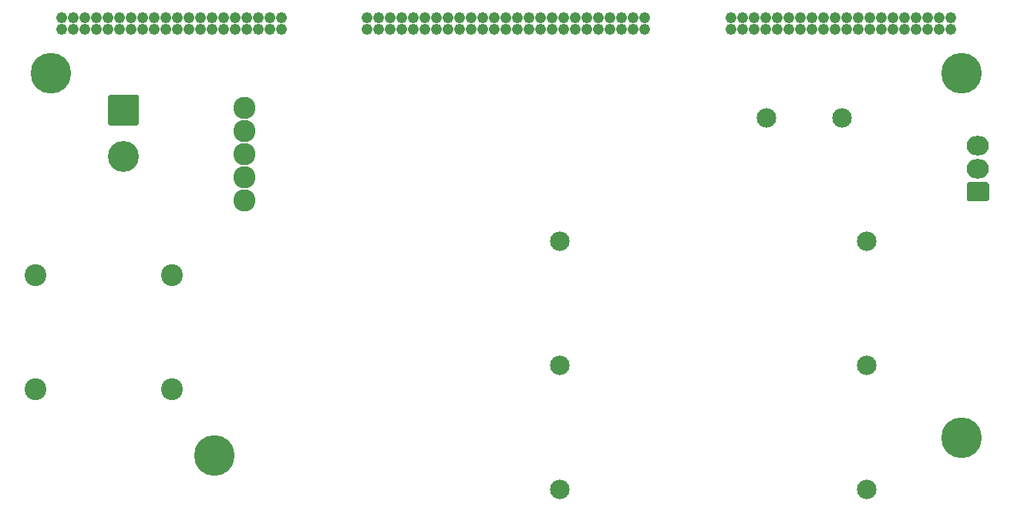
<source format=gbs>
G04 #@! TF.GenerationSoftware,KiCad,Pcbnew,5.1.9+dfsg1-1~bpo10+1*
G04 #@! TF.CreationDate,2021-11-09T02:57:50+00:00*
G04 #@! TF.ProjectId,dropbot-front-panel,64726f70-626f-4742-9d66-726f6e742d70,3.3*
G04 #@! TF.SameCoordinates,Original*
G04 #@! TF.FileFunction,Soldermask,Bot*
G04 #@! TF.FilePolarity,Negative*
%FSLAX46Y46*%
G04 Gerber Fmt 4.6, Leading zero omitted, Abs format (unit mm)*
G04 Created by KiCad (PCBNEW 5.1.9+dfsg1-1~bpo10+1) date 2021-11-09 02:57:50*
%MOMM*%
%LPD*%
G01*
G04 APERTURE LIST*
%ADD10C,2.400000*%
%ADD11O,2.432000X2.127200*%
%ADD12C,3.400000*%
%ADD13C,2.432000*%
%ADD14C,4.464000*%
%ADD15C,2.150000*%
%ADD16C,1.214000*%
G04 APERTURE END LIST*
D10*
X63300000Y-78650000D03*
X63300000Y-66150000D03*
X48300000Y-78650000D03*
X48300000Y-66150000D03*
G36*
G01*
X153016000Y-56136400D02*
X153016000Y-57863600D01*
G75*
G02*
X152816000Y-58063600I-200000J0D01*
G01*
X150784000Y-58063600D01*
G75*
G02*
X150584000Y-57863600I0J200000D01*
G01*
X150584000Y-56136400D01*
G75*
G02*
X150784000Y-55936400I200000J0D01*
G01*
X152816000Y-55936400D01*
G75*
G02*
X153016000Y-56136400I0J-200000D01*
G01*
G37*
D11*
X151800000Y-54460000D03*
X151800000Y-51920000D03*
G36*
G01*
X56500000Y-46300000D02*
X59500000Y-46300000D01*
G75*
G02*
X59700000Y-46500000I0J-200000D01*
G01*
X59700000Y-49500000D01*
G75*
G02*
X59500000Y-49700000I-200000J0D01*
G01*
X56500000Y-49700000D01*
G75*
G02*
X56300000Y-49500000I0J200000D01*
G01*
X56300000Y-46500000D01*
G75*
G02*
X56500000Y-46300000I200000J0D01*
G01*
G37*
D12*
X58000000Y-53080000D03*
D13*
X71270000Y-57930000D03*
X71270000Y-55390000D03*
X71270000Y-52850000D03*
X71270000Y-50310000D03*
X71270000Y-47770000D03*
D14*
X50000000Y-44000000D03*
X150000000Y-44000000D03*
X150000000Y-84000000D03*
X68000000Y-86000000D03*
D15*
X105910900Y-76049000D03*
X139565900Y-76049000D03*
X105910900Y-89649000D03*
X139565900Y-89649000D03*
X136865900Y-48849500D03*
X128610900Y-48849500D03*
X105910900Y-62449000D03*
X139565900Y-62449000D03*
D16*
X125933400Y-39131800D03*
X124663400Y-39131800D03*
X124663400Y-37861800D03*
X125933400Y-37861800D03*
X129743400Y-37861800D03*
X131013400Y-37861800D03*
X128473400Y-37861800D03*
X127203400Y-37861800D03*
X127203400Y-39131800D03*
X128473400Y-39131800D03*
X131013400Y-39131800D03*
X129743400Y-39131800D03*
X143713400Y-37861800D03*
X144983400Y-37861800D03*
X147523400Y-37861800D03*
X146253400Y-37861800D03*
X146253400Y-39131800D03*
X147523400Y-39131800D03*
X144983400Y-39131800D03*
X143713400Y-39131800D03*
X148793400Y-39131800D03*
X148793400Y-37861800D03*
X142443400Y-37861800D03*
X142443400Y-39131800D03*
X134823400Y-39131800D03*
X136093400Y-39131800D03*
X133553400Y-39131800D03*
X132283400Y-39131800D03*
X137363400Y-39131800D03*
X138633400Y-39131800D03*
X141173400Y-39131800D03*
X139903400Y-39131800D03*
X139903400Y-37861800D03*
X141173400Y-37861800D03*
X138633400Y-37861800D03*
X137363400Y-37861800D03*
X132283400Y-37861800D03*
X133553400Y-37861800D03*
X136093400Y-37861800D03*
X134823400Y-37861800D03*
X89840000Y-39131800D03*
X88570000Y-39131800D03*
X87300000Y-39131800D03*
X87300000Y-37861800D03*
X88570000Y-37861800D03*
X89840000Y-37861800D03*
X86030000Y-37861800D03*
X84760000Y-37861800D03*
X84760000Y-39131800D03*
X86030000Y-39131800D03*
X92380000Y-39131800D03*
X91110000Y-39131800D03*
X91110000Y-37861800D03*
X92380000Y-37861800D03*
X96190000Y-37861800D03*
X97460000Y-37861800D03*
X94920000Y-37861800D03*
X93650000Y-37861800D03*
X93650000Y-39131800D03*
X94920000Y-39131800D03*
X97460000Y-39131800D03*
X96190000Y-39131800D03*
X110160000Y-37861800D03*
X111430000Y-37861800D03*
X113970000Y-37861800D03*
X112700000Y-37861800D03*
X112700000Y-39131800D03*
X113970000Y-39131800D03*
X111430000Y-39131800D03*
X110160000Y-39131800D03*
X115240000Y-39131800D03*
X115240000Y-37861800D03*
X108890000Y-37861800D03*
X108890000Y-39131800D03*
X101270000Y-39131800D03*
X102540000Y-39131800D03*
X100000000Y-39131800D03*
X98730000Y-39131800D03*
X103810000Y-39131800D03*
X105080000Y-39131800D03*
X107620000Y-39131800D03*
X106350000Y-39131800D03*
X106350000Y-37861800D03*
X107620000Y-37861800D03*
X105080000Y-37861800D03*
X103810000Y-37861800D03*
X98730000Y-37861800D03*
X100000000Y-37861800D03*
X102540000Y-37861800D03*
X101270000Y-37861800D03*
X52476600Y-39131800D03*
X51206600Y-39131800D03*
X51206600Y-37861800D03*
X52476600Y-37861800D03*
X56286600Y-37861800D03*
X57556600Y-37861800D03*
X55016600Y-37861800D03*
X53746600Y-37861800D03*
X53746600Y-39131800D03*
X55016600Y-39131800D03*
X57556600Y-39131800D03*
X56286600Y-39131800D03*
X70256600Y-37861800D03*
X71526600Y-37861800D03*
X74066600Y-37861800D03*
X72796600Y-37861800D03*
X72796600Y-39131800D03*
X74066600Y-39131800D03*
X71526600Y-39131800D03*
X70256600Y-39131800D03*
X75336600Y-39131800D03*
X75336600Y-37861800D03*
X68986600Y-37861800D03*
X68986600Y-39131800D03*
X61366600Y-39131800D03*
X62636600Y-39131800D03*
X60096600Y-39131800D03*
X58826600Y-39131800D03*
X63906600Y-39131800D03*
X65176600Y-39131800D03*
X67716600Y-39131800D03*
X66446600Y-39131800D03*
X66446600Y-37861800D03*
X67716600Y-37861800D03*
X65176600Y-37861800D03*
X63906600Y-37861800D03*
X58826600Y-37861800D03*
X60096600Y-37861800D03*
X62636600Y-37861800D03*
X61366600Y-37861800D03*
M02*

</source>
